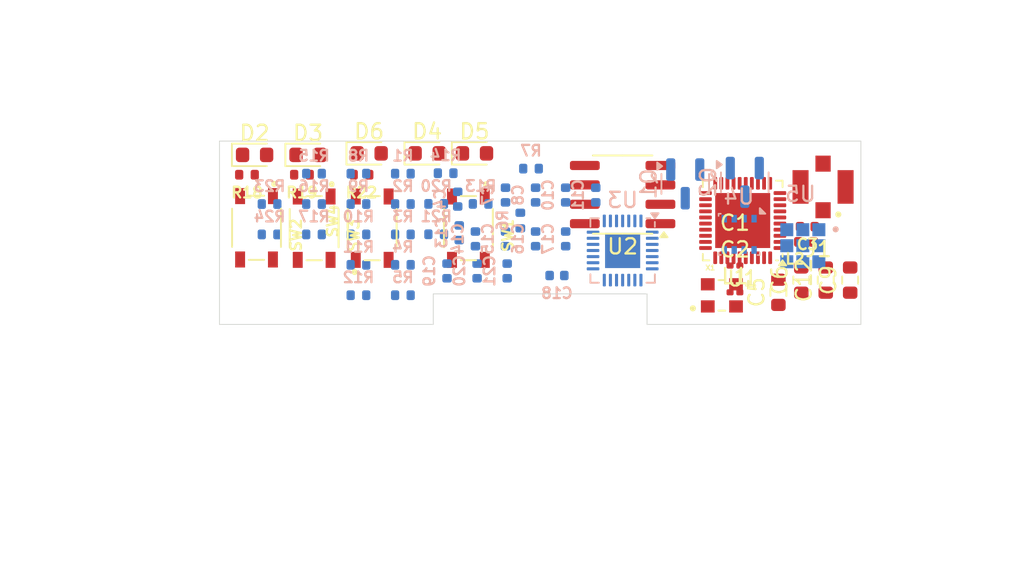
<source format=kicad_pcb>
(kicad_pcb (version 20240108) (generator "pcbnew") (generator_version "8.0")
  (layers (0 "F.Cu" signal) (31 "B.Cu" signal) (34 "B.Paste" user) (35 "F.Paste" user) (36 "B.SilkS" user "B.Silkscreen") (37 "F.SilkS" user "F.Silkscreen") (38 "B.Mask" user) (39 "F.Mask" user) (44 "Edge.Cuts" user))
  (net 0 "")
  (net 1 "GND")
  (net 2 "Net-(U1-ANT)")
  (net 3 "Net-(C2-Pad2)")
  (net 4 "Net-(C3-Pad2)")
  (net 5 "+3V3")
  (net 6 "Net-(U1-VDDPST1)")
  (net 7 "Net-(U1-VDD_SPI)")
  (net 8 "Net-(U1-VDDPST2)")
  (net 9 "Net-(C13-Pad2)")
  (net 10 "Net-(U1-XTAL_N)")
  (net 11 "/GPIO?")
  (net 12 "Net-(D2-K)")
  (net 13 "/GPIO_Q1")
  (net 14 "Net-(D3-K)")
  (net 15 "/GPIO_Q2")
  (net 16 "/GPIO_S1")
  (net 17 "Net-(D4-K)")
  (net 18 "Net-(D5-K)")
  (net 19 "/GPIO_S2")
  (net 20 "Net-(D6-K)")
  (net 21 "/GPIO_S3")
  (net 22 "/RTS")
  (net 23 "/Enable")
  (net 24 "Net-(Q1-G)")
  (net 25 "Net-(Q2-G)")
  (net 26 "/DTR")
  (net 27 "Net-(U1-SPIQ)")
  (net 28 "/SPIQ")
  (net 29 "/SPIWP")
  (net 30 "Net-(U1-SPIWP)")
  (net 31 "/SPIHD")
  (net 32 "Net-(U1-SPIHD)")
  (net 33 "/SPICLK")
  (net 34 "Net-(U1-SPICLK)")
  (net 35 "/SPID")
  (net 36 "Net-(U1-SPID)")
  (net 37 "Net-(U1-U0TXD)")
  (net 38 "/U0TXD")
  (net 39 "Net-(U1-XTAL_P)")
  (net 40 "/SPICS0")
  (net 41 "Net-(D1-RK)")
  (net 42 "Net-(D1-GK)")
  (net 43 "Net-(D1-BK)")
  (net 44 "/GPIO0")
  (net 45 "/GPIO23")
  (net 46 "/GPIO8")
  (net 47 "/GPIO3")
  (net 48 "/GPIO1")
  (net 49 "/GPIO6")
  (net 50 "/GPIO12")
  (net 51 "/GPIO20")
  (net 52 "/GPIO2")
  (net 54 "/GPIO22")
  (net 55 "/GPIO9")
  (net 56 "/GPIO11")
  (net 57 "/GPIO21")
  (net 58 "/U0RXD")
  (net 59 "/GPIO18")
  (net 60 "/GPIO15")
  (net 61 "/GPIO4")
  (net 62 "/GPIO13")
  (net 63 "/GPIO7")
  (net 64 "/GPIO5")
  (net 65 "/GPIO10")
  (net 73 "/USB_DN")
  (net 76 "/UART_MASTER_RX")
  (net 78 "/UART_MASTER_TX")
  (net 80 "/USB_DP")
  (footprint "HSSM-LVPCB:LED_0603_1608Metric" (layer "F.Cu") (at 121.8 112.9)
    (property "Reference" "D3" (at 0 -1.43 0) (layer "F.SilkS"))
    (property "Value" "LED_Green_1.6x0.8mm_SMD_KPTD-1608ZGC")
    (pad "1" smd roundrect (at -0.7875 0) (size 0.875 0.95) (layers "F.Cu" "F.Paste" "F.Mask") (net 14 "Net-(D3-K)"))
    (pad "2" smd roundrect (at 0.7875 0) (size 0.875 0.95) (layers "F.Cu" "F.Paste" "F.Mask") (net 15 "/GPIO_Q2"))
  )
  (footprint "HSSM-LVPCB:C_0603" (layer "F.Cu") (at 152.6 121.9 90)
    (property "Reference" "C5" (at 0 -1.43 90) (layer "F.SilkS"))
    (property "Value" "C_1uF_10pct_16V_0603_GCM188R71C105KA64D")
    (pad "1" smd roundrect (at -0.825 0 90) (size 0.8 0.95) (layers "F.Cu" "F.Paste" "F.Mask") (net 1 "GND"))
    (pad "2" smd roundrect (at 0.825 0 90) (size 0.8 0.95) (layers "F.Cu" "F.Paste" "F.Mask") (net 5 "+3V3"))
  )
  (footprint "HSSM-LVPCB:CONMHF1-SMD-T" (layer "F.Cu") (at 155.524999 115 180)
    (property "Reference" "J1" (at 0.3 -4.076 0) (layer "F.SilkS"))
    (property "Value" "UFL_R_SMT_1_10")
    (pad "1" smd rect (at 0 -1.525 180) (size 1 1.05) (layers "F.Cu" "F.Paste" "F.Mask") (net 3 "Net-(C2-Pad2)"))
    (pad "S1" smd rect (at -1.475001 0 180) (size 1.05 2.2) (layers "F.Cu" "F.Paste" "F.Mask") (net 1 "GND"))
    (pad "S2" smd rect (at 0 1.525 180) (size 1 1.05) (layers "F.Cu" "F.Paste" "F.Mask") (net 1 "GND"))
    (pad "S3" smd rect (at 1.475001 0 180) (size 1.05 2.2) (layers "F.Cu" "F.Paste" "F.Mask") (net 1 "GND"))
  )
  (footprint "HSSM-LVPCB:L_0402" (layer "F.Cu") (at 154.4 118.6 180)
    (property "Reference" "L2" (at 0.001 -0.7 360) (layer "F.SilkS") (effects (font (size 0.7 0.7)) (justify right top)))
    (property "Value" "L_2nH_0402_MLG0402Q2N0ST000")
    (pad "1" smd roundrect (at -0.48 0 180) (size 0.59 0.64) (layers "F.Cu" "F.Paste" "F.Mask") (net 5 "+3V3"))
    (pad "2" smd roundrect (at 0.48 0 180) (size 0.59 0.64) (layers "F.Cu" "F.Paste" "F.Mask") (net 4 "Net-(C3-Pad2)"))
  )
  (footprint "HSSM-LVPCB:C_0201" (layer "F.Cu") (at 149.755 118.4)
    (property "Reference" "C1" (at 0 -1.05 0) (layer "F.SilkS"))
    (property "Value" "C_1p9_0.05pct_50V_0201_GRM0335C1H1R9WA01D")
    (pad "1" smd roundrect (at -0.32 0) (size 0.46 0.4) (layers "F.Cu" "F.Mask") (net 1 "GND"))
    (pad "2" smd roundrect (at 0.32 0) (size 0.46 0.4) (layers "F.Cu" "F.Mask") (net 2 "Net-(U1-ANT)"))
  )
  (footprint "HSSM-LVPCB:SW_TACT_SKRPACE010" (layer "F.Cu") (at 126 117.7 90)
    (property "Reference" "SW4" (at 0.47575 -2.58912 90) (layer "F.SilkS") (effects (font (size 0.7 0.7))))
    (property "Value" "SW_TACT_SKRPACE010")
    (pad "1" smd rect (at -2.075 -1.075 90) (size 1.05 0.65) (layers "F.Cu" "F.Paste" "F.Mask") (net 11 "/GPIO?"))
    (pad "2" smd rect (at 2.075 -1.075 90) (size 1.05 0.65) (layers "F.Cu" "F.Paste" "F.Mask") (net 11 "/GPIO?"))
    (pad "3" smd rect (at -2.075 1.075 90) (size 1.05 0.65) (layers "F.Cu" "F.Paste" "F.Mask") (net 1 "GND"))
    (pad "4" smd rect (at 2.075 1.075 90) (size 1.05 0.65) (layers "F.Cu" "F.Paste" "F.Mask") (net 1 "GND"))
  )
  (footprint "HSSM-LVPCB:C_0603" (layer "F.Cu") (at 157.3 121.1 90)
    (property "Reference" "C9" (at 0 -1.43 90) (layer "F.SilkS"))
    (property "Value" "C_1uF_10pct_16V_0603_GCM188R71C105KA64D")
    (pad "1" smd roundrect (at -0.825 0 90) (size 0.8 0.95) (layers "F.Cu" "F.Paste" "F.Mask") (net 1 "GND"))
    (pad "2" smd roundrect (at 0.825 0 90) (size 0.8 0.95) (layers "F.Cu" "F.Paste" "F.Mask") (net 7 "Net-(U1-VDD_SPI)"))
  )
  (footprint "HSSM-LVPCB:L_0201" (layer "F.Cu") (at 149.755 121.9)
    (property "Reference" "L1" (at 0 -1.05 0) (layer "F.SilkS"))
    (property "Value" "L_2n1_2000mA_0201_LQP03HQ2N1B02D")
    (pad "1" smd roundrect (at -0.32 0) (size 0.46 0.4) (layers "F.Cu" "F.Mask") (net 3 "Net-(C2-Pad2)"))
    (pad "2" smd roundrect (at 0.32 0) (size 0.46 0.4) (layers "F.Cu" "F.Mask") (net 2 "Net-(U1-ANT)"))
  )
  (footprint "HSSM-LVPCB:SW_TACT_SKRPACE010" (layer "F.Cu") (at 122.2 117.7 -90)
    (property "Reference" "SW3" (at 0.47575 -2.58912 90) (layer "F.SilkS") (effects (font (size 0.7 0.7))))
    (property "Value" "SW_TACT_SKRPACE010")
    (pad "1" smd rect (at -2.075 -1.075 270) (size 1.05 0.65) (layers "F.Cu" "F.Paste" "F.Mask") (net 11 "/GPIO?"))
    (pad "2" smd rect (at 2.075 -1.075 270) (size 1.05 0.65) (layers "F.Cu" "F.Paste" "F.Mask") (net 11 "/GPIO?"))
    (pad "3" smd rect (at -2.075 1.075 270) (size 1.05 0.65) (layers "F.Cu" "F.Paste" "F.Mask") (net 1 "GND"))
    (pad "4" smd rect (at 2.075 1.075 270) (size 1.05 0.65) (layers "F.Cu" "F.Paste" "F.Mask") (net 1 "GND"))
  )
  (footprint "HSSM-LVPCB:LED_0603_1608Metric" (layer "F.Cu") (at 118.3 112.9)
    (property "Reference" "D2" (at 0 -1.43 0) (layer "F.SilkS"))
    (property "Value" "LED_Green_1.6x0.8mm_SMD_KPTD-1608ZGC")
    (pad "1" smd roundrect (at -0.7875 0) (size 0.875 0.95) (layers "F.Cu" "F.Paste" "F.Mask") (net 12 "Net-(D2-K)"))
    (pad "2" smd roundrect (at 0.7875 0) (size 0.875 0.95) (layers "F.Cu" "F.Paste" "F.Mask") (net 13 "/GPIO_Q1"))
  )
  (footprint "HSSM-LVPCB:C_0201" (layer "F.Cu") (at 149.755 120.15)
    (property "Reference" "C2" (at 0 -1.05 0) (layer "F.SilkS"))
    (property "Value" "C_0p9_0.05pct_50V_0201_GRM0335C1HR90WA01D")
    (pad "1" smd roundrect (at -0.32 0) (size 0.46 0.4) (layers "F.Cu" "F.Mask") (net 1 "GND"))
    (pad "2" smd roundrect (at 0.32 0) (size 0.46 0.4) (layers "F.Cu" "F.Mask") (net 3 "Net-(C2-Pad2)"))
  )
  (footprint "HSSM-LVPCB:ECS-2520SMV-400-FN-TR" (layer "F.Cu") (at 148.9 122.1)
    (property "Reference" "X1" (at -0.762633 -1.807066 0) (layer "F.SilkS") (effects (font (size 0.320686 0.320686) (thickness 0.080172))))
    (property "Value" "X_40MHz_SMD_ECS-2520SMV-400-FN-TR")
    (pad "1" smd rect (at -0.925 0.725) (size 0.9 0.8) (layers "F.Cu" "F.Paste" "F.Mask") (net 9 "Net-(C13-Pad2)"))
    (pad "2" smd rect (at 0.925 0.725) (size 0.9 0.8) (layers "F.Cu" "F.Paste" "F.Mask") (net 1 "GND"))
    (pad "3" smd rect (at 0.925 -0.725) (size 0.9 0.8) (layers "F.Cu" "F.Paste" "F.Mask") (net 10 "Net-(U1-XTAL_N)"))
    (pad "4" smd rect (at -0.925 -0.725) (size 0.9 0.8) (layers "F.Cu" "F.Paste" "F.Mask") (net 1 "GND"))
  )
  (footprint "HSSM-LVPCB:R_0402" (layer "F.Cu") (at 117.8 114.2 180)
    (property "Reference" "R18" (at 0 -1.17 360) (layer "F.SilkS") (effects (font (size 0.7 0.7))))
    (property "Value" "R_499R_1pct_0402_RC0402FR-07499RL")
    (pad "1" smd roundrect (at -0.509999 0 180) (size 0.54 0.64) (layers "F.Cu" "F.Paste" "F.Mask") (net 1 "GND"))
    (pad "2" smd roundrect (at 0.509999 0 180) (size 0.54 0.64) (layers "F.Cu" "F.Paste" "F.Mask") (net 12 "Net-(D2-K)"))
  )
  (footprint "HSSM-LVPCB:R_0402" (layer "F.Cu") (at 125.3 114.2 180)
    (property "Reference" "R22" (at 0 -1.17 360) (layer "F.SilkS") (effects (font (size 0.7 0.7))))
    (property "Value" "R_499R_1pct_0402_RC0402FR-07499RL")
    (pad "1" smd roundrect (at -0.509999 0 180) (size 0.54 0.64) (layers "F.Cu" "F.Paste" "F.Mask") (net 1 "GND"))
    (pad "2" smd roundrect (at 0.509999 0 180) (size 0.54 0.64) (layers "F.Cu" "F.Paste" "F.Mask") (net 20 "Net-(D6-K)"))
  )
  (footprint "HSSM-LVPCB:QFN-40-1EP_5x5mm_P0.4mm_EP3.6x3.6mm" (layer "F.Cu") (at 150.2625 117.2 180)
    (property "Reference" "U1" (at 0 -3.8 0) (layer "F.SilkS"))
    (property "Value" "ESP32-C6")
    (pad "1" smd roundrect (at -2.4375 -1.8 180) (size 0.825 0.25) (layers "F.Cu" "F.Paste" "F.Mask") (net 2 "Net-(U1-ANT)"))
    (pad "2" smd roundrect (at -2.4375 -1.4 180) (size 0.825 0.25) (layers "F.Cu" "F.Paste" "F.Mask") (net 4 "Net-(C3-Pad2)"))
    (pad "3" smd roundrect (at -2.4375 -1 180) (size 0.825 0.25) (layers "F.Cu" "F.Paste" "F.Mask") (net 4 "Net-(C3-Pad2)"))
    (pad "4" smd roundrect (at -2.4375 -0.6 180) (size 0.825 0.25) (layers "F.Cu" "F.Paste" "F.Mask") (net 23 "/Enable"))
    (pad "5" smd roundrect (at -2.4375 -0.2 180) (size 0.825 0.25) (layers "F.Cu" "F.Paste" "F.Mask") (net 6 "Net-(U1-VDDPST1)"))
    (pad "6" smd roundrect (at -2.4375 0.2 180) (size 0.825 0.25) (layers "F.Cu" "F.Paste" "F.Mask") (net 44 "/GPIO0"))
    (pad "7" smd roundrect (at -2.4375 0.6 180) (size 0.825 0.25) (layers "F.Cu" "F.Paste" "F.Mask") (net 48 "/GPIO1"))
    (pad "8" smd roundrect (at -2.4375 1 180) (size 0.825 0.25) (layers "F.Cu" "F.Paste" "F.Mask") (net 52 "/GPIO2"))
    (pad "9" smd roundrect (at -2.4375 1.4 180) (size 0.825 0.25) (layers "F.Cu" "F.Paste" "F.Mask") (net 47 "/GPIO3"))
    (pad "10" smd roundrect (at -2.4375 1.8 180) (size 0.825 0.25) (layers "F.Cu" "F.Paste" "F.Mask") (net 61 "/GPIO4"))
    (pad "11" smd roundrect (at -1.8 2.4375 180) (size 0.25 0.825) (layers "F.Cu" "F.Paste" "F.Mask") (net 64 "/GPIO5"))
    (pad "12" smd roundrect (at -1.4 2.4375 180) (size 0.25 0.825) (layers "F.Cu" "F.Paste" "F.Mask") (net 49 "/GPIO6"))
    (pad "13" smd roundrect (at -1 2.4375 180) (size 0.25 0.825) (layers "F.Cu" "F.Paste" "F.Mask") (net 63 "/GPIO7"))
    (pad "14" smd roundrect (at -0.6 2.4375 180) (size 0.25 0.825) (layers "F.Cu" "F.Paste" "F.Mask") (net 46 "/GPIO8"))
    (pad "15" smd roundrect (at -0.2 2.4375 180) (size 0.25 0.825) (layers "F.Cu" "F.Paste" "F.Mask") (net 55 "/GPIO9"))
    (pad "16" smd roundrect (at 0.2 2.4375 180) (size 0.25 0.825) (layers "F.Cu" "F.Paste" "F.Mask") (net 65 "/GPIO10"))
    (pad "17" smd roundrect (at 0.6 2.4375 180) (size 0.25 0.825) (layers "F.Cu" "F.Paste" "F.Mask") (net 56 "/GPIO11"))
    (pad "18" smd roundrect (at 1 2.4375 180) (size 0.25 0.825) (layers "F.Cu" "F.Paste" "F.Mask") (net 50 "/GPIO12"))
    (pad "19" smd roundrect (at 1.4 2.4375 180) (size 0.25 0.825) (layers "F.Cu" "F.Paste" "F.Mask") (net 62 "/GPIO13"))
    (pad "20" smd roundrect (at 1.8 2.4375 180) (size 0.25 0.825) (layers "F.Cu" "F.Paste" "F.Mask") (net 40 "/SPICS0"))
    (pad "21" smd roundrect (at 2.4375 1.8 180) (size 0.825 0.25) (layers "F.Cu" "F.Paste" "F.Mask") (net 27 "Net-(U1-SPIQ)"))
    (pad "22" smd roundrect (at 2.4375 1.4 180) (size 0.825 0.25) (layers "F.Cu" "F.Paste" "F.Mask") (net 30 "Net-(U1-SPIWP)"))
    (pad "23" smd roundrect (at 2.4375 1 180) (size 0.825 0.25) (layers "F.Cu" "F.Paste" "F.Mask") (net 7 "Net-(U1-VDD_SPI)"))
    (pad "24" smd roundrect (at 2.4375 0.6 180) (size 0.825 0.25) (layers "F.Cu" "F.Paste" "F.Mask") (net 32 "Net-(U1-SPIHD)"))
    (pad "25" smd roundrect (at 2.4375 0.2 180) (size 0.825 0.25) (layers "F.Cu" "F.Paste" "F.Mask") (net 34 "Net-(U1-SPICLK)"))
    (pad "26" smd roundrect (at 2.4375 -0.2 180) (size 0.825 0.25) (layers "F.Cu" "F.Paste" "F.Mask") (net 36 "Net-(U1-SPID)"))
    (pad "27" smd roundrect (at 2.4375 -0.6 180) (size 0.825 0.25) (layers "F.Cu" "F.Paste" "F.Mask") (net 60 "/GPIO15"))
    (pad "28" smd roundrect (at 2.4375 -1 180) (size 0.825 0.25) (layers "F.Cu" "F.Paste" "F.Mask") (net 8 "Net-(U1-VDDPST2)"))
    (pad "29" smd roundrect (at 2.4375 -1.4 180) (size 0.825 0.25) (layers "F.Cu" "F.Paste" "F.Mask") (net 37 "Net-(U1-U0TXD)"))
    (pad "30" smd roundrect (at 2.4375 -1.8 180) (size 0.825 0.25) (layers "F.Cu" "F.Paste" "F.Mask") (net 58 "/U0RXD"))
    (pad "31" smd roundrect (at 1.8 -2.4375 180) (size 0.25 0.825) (layers "F.Cu" "F.Paste" "F.Mask") (net 59 "/GPIO18"))
    (pad "32" smd roundrect (at 1.4 -2.4375 180) (size 0.25 0.825) (layers "F.Cu" "F.Paste" "F.Mask"))
    (pad "33" smd roundrect (at 1 -2.4375 180) (size 0.25 0.825) (layers "F.Cu" "F.Paste" "F.Mask") (net 51 "/GPIO20"))
    (pad "34" smd roundrect (at 0.6 -2.4375 180) (size 0.25 0.825) (layers "F.Cu" "F.Paste" "F.Mask") (net 57 "/GPIO21"))
    (pad "35" smd roundrect (at 0.2 -2.4375 180) (size 0.25 0.825) (layers "F.Cu" "F.Paste" "F.Mask") (net 54 "/GPIO22"))
    (pad "36" smd roundrect (at -0.2 -2.4375 180) (size 0.25 0.825) (layers "F.Cu" "F.Paste" "F.Mask") (net 45 "/GPIO23"))
    (pad "37" smd roundrect (at -0.6 -2.4375 180) (size 0.25 0.825) (layers "F.Cu" "F.Paste" "F.Mask") (net 5 "+3V3"))
    (pad "38" smd roundrect (at -1 -2.4375 180) (size 0.25 0.825) (layers "F.Cu" "F.Paste" "F.Mask") (net 10 "Net-(U1-XTAL_N)"))
    (pad "39" smd roundrect (at -1.4 -2.4375 180) (size 0.25 0.825) (layers "F.Cu" "F.Paste" "F.Mask") (net 39 "Net-(U1-XTAL_P)"))
    (pad "40" smd roundrect (at -1.8 -2.4375 180) (size 0.25 0.825) (layers "F.Cu" "F.Paste" "F.Mask") (net 5 "+3V3"))
    (pad "41" smd rect (at 0 0 180) (size 3.6 3.6) (property pad_prop_heatsink) (layers "F.Cu" "F.Mask") (net 1 "GND"))
  )
  (footprint "HSSM-LVPCB:SW_TACT_SKRPACE010" (layer "F.Cu") (at 132.3 117.7 -90)
    (property "Reference" "SW1" (at 0.47575 -2.58912 90) (layer "F.SilkS") (effects (font (size 0.7 0.7))))
    (property "Value" "SW_TACT_SKRPACE010")
    (pad "1" smd rect (at -2.075 -1.075 270) (size 1.05 0.65) (layers "F.Cu" "F.Paste" "F.Mask") (net 11 "/GPIO?"))
    (pad "2" smd rect (at 2.075 -1.075 270) (size 1.05 0.65) (layers "F.Cu" "F.Paste" "F.Mask") (net 11 "/GPIO?"))
    (pad "3" smd rect (at -2.075 1.075 270) (size 1.05 0.65) (layers "F.Cu" "F.Paste" "F.Mask") (net 1 "GND"))
    (pad "4" smd rect (at 2.075 1.075 270) (size 1.05 0.65) (layers "F.Cu" "F.Paste" "F.Mask") (net 1 "GND"))
  )
  (footprint "HSSM-LVPCB:SOIC-8_3.9x4.9mm_P1.27mm" (layer "F.Cu") (at 142.4 115.5 180)
    (property "Reference" "U2" (at 0 -3.4 360) (layer "F.SilkS"))
    (property "Value" "W25Q64JVSSIQ_SOIC-8")
    (pad "1" smd roundrect (at -2.475 -1.905 180) (size 1.95 0.6) (layers "F.Cu" "F.Paste" "F.Mask") (net 40 "/SPICS0"))
    (pad "2" smd roundrect (at -2.475 -0.635 180) (size 1.95 0.6) (layers "F.Cu" "F.Paste" "F.Mask") (net 28 "/SPIQ"))
    (pad "3" smd roundrect (at -2.475 0.635 180) (size 1.95 0.6) (layers "F.Cu" "F.Paste" "F.Mask") (net 29 "/SPIWP"))
    (pad "4" smd roundrect (at -2.475 1.905 180) (size 1.95 0.6) (layers "F.Cu" "F.Paste" "F.Mask") (net 1 "GND"))
    (pad "5" smd roundrect (at 2.475 1.905 180) (size 1.95 0.6) (layers "F.Cu" "F.Paste" "F.Mask") (net 35 "/SPID"))
    (pad "6" smd roundrect (at 2.475 0.635 180) (size 1.95 0.6) (layers "F.Cu" "F.Paste" "F.Mask") (net 33 "/SPICLK"))
    (pad "7" smd roundrect (at 2.475 -0.635 180) (size 1.95 0.6) (layers "F.Cu" "F.Paste" "F.Mask") (net 31 "/SPIHD"))
    (pad "8" smd roundrect (at 2.475 -1.905 180) (size 1.95 0.6) (layers "F.Cu" "F.Paste" "F.Mask") (net 5 "+3V3"))
  )
  (footprint "HSSM-LVPCB:LED_0603_1608Metric" (layer "F.Cu") (at 125.8 112.8)
    (property "Reference" "D6" (at 0 -1.43 0) (layer "F.SilkS"))
    (property "Value" "LED_Green_1.6x0.8mm_SMD_KPTD-1608ZGC")
    (pad "1" smd roundrect (at -0.7875 0) (size 0.875 0.95) (layers "F.Cu" "F.Paste" "F.Mask") (net 20 "Net-(D6-K)"))
    (pad "2" smd roundrect (at 0.7875 0) (size 0.875 0.95) (layers "F.Cu" "F.Paste" "F.Mask") (net 21 "/GPIO_S3"))
  )
  (footprint "HSSM-LVPCB:R_0402" (layer "F.Cu") (at 121.4 114.2 180)
    (property "Reference" "R19" (at 0 -1.17 360) (layer "F.SilkS") (effects (font (size 0.7 0.7))))
    (property "Value" "R_499R_1pct_0402_RC0402FR-07499RL")
    (pad "1" smd roundrect (at -0.509999 0 180) (size 0.54 0.64) (layers "F.Cu" "F.Paste" "F.Mask") (net 1 "GND"))
    (pad "2" smd roundrect (at 0.509999 0 180) (size 0.54 0.64) (layers "F.Cu" "F.Paste" "F.Mask") (net 14 "Net-(D3-K)"))
  )
  (footprint "HSSM-LVPCB:C_0603" (layer "F.Cu") (at 155.7 121.1 90)
    (property "Reference" "C12" (at 0 -1.43 90) (layer "F.SilkS"))
    (property "Value" "C_1uF_10pct_16V_0603_GCM188R71C105KA64D")
    (pad "1" smd roundrect (at -0.825 0 90) (size 0.8 0.95) (layers "F.Cu" "F.Paste" "F.Mask") (net 1 "GND"))
    (pad "2" smd roundrect (at 0.825 0 90) (size 0.8 0.95) (layers "F.Cu" "F.Paste" "F.Mask") (net 5 "+3V3"))
  )
  (footprint "HSSM-LVPCB:LED_0603_1608Metric" (layer "F.Cu") (at 129.6 112.8)
    (property "Reference" "D4" (at 0 -1.43 0) (layer "F.SilkS"))
    (property "Value" "LED_Green_1.6x0.8mm_SMD_KPTD-1608ZGC")
    (pad "1" smd roundrect (at -0.7875 0) (size 0.875 0.95) (layers "F.Cu" "F.Paste" "F.Mask") (net 17 "Net-(D4-K)"))
    (pad "2" smd roundrect (at 0.7875 0) (size 0.875 0.95) (layers "F.Cu" "F.Paste" "F.Mask") (net 16 "/GPIO_S1"))
  )
  (footprint "HSSM-LVPCB:SW_TACT_SKRPACE010" (layer "F.Cu") (at 118.425 117.675 -90)
    (property "Reference" "SW2" (at 0.47575 -2.58912 90) (layer "F.SilkS") (effects (font (size 0.7 0.7))))
    (property "Value" "SW_TACT_SKRPACE010")
    (pad "1" smd rect (at -2.075 -1.075 270) (size 1.05 0.65) (layers "F.Cu" "F.Paste" "F.Mask") (net 11 "/GPIO?"))
    (pad "2" smd rect (at 2.075 -1.075 270) (size 1.05 0.65) (layers "F.Cu" "F.Paste" "F.Mask") (net 11 "/GPIO?"))
    (pad "3" smd rect (at -2.075 1.075 270) (size 1.05 0.65) (layers "F.Cu" "F.Paste" "F.Mask") (net 1 "GND"))
    (pad "4" smd rect (at 2.075 1.075 270) (size 1.05 0.65) (layers "F.Cu" "F.Paste" "F.Mask") (net 1 "GND"))
  )
  (footprint "HSSM-LVPCB:C_0603" (layer "F.Cu") (at 154.1 121.1 90)
    (property "Reference" "C6" (at 0 -1.43 90) (layer "F.SilkS"))
    (property "Value" "C_10u_20pct_16V_0603_GRM188R61C106MA73D")
    (pad "1" smd roundrect (at -0.825 0 90) (size 0.8 0.95) (layers "F.Cu" "F.Paste" "F.Mask") (net 1 "GND"))
    (pad "2" smd roundrect (at 0.825 0 90) (size 0.8 0.95) (layers "F.Cu" "F.Paste" "F.Mask") (net 5 "+3V3"))
  )
  (footprint "HSSM-LVPCB:C_0402" (layer "F.Cu") (at 154.5 117.6 180)
    (property "Reference" "C3" (at 0 -1.16 0) (layer "F.SilkS") (effects (font (size 0.7 0.7))))
    (property "Value" "C_0u1_10pct_50V_0402_GRM155R71H104KE14D")
    (pad "1" smd roundrect (at -0.48 0 180) (size 0.56 0.62) (layers "F.Cu" "F.Paste" "F.Mask") (net 1 "GND"))
    (pad "2" smd roundrect (at 0.48 0 180) (size 0.56 0.62) (layers "F.Cu" "F.Paste" "F.Mask") (net 4 "Net-(C3-Pad2)"))
  )
  (footprint "HSSM-LVPCB:LED_0603_1608Metric" (layer "F.Cu") (at 132.7 112.8)
    (property "Reference" "D5" (at 0 -1.43 0) (layer "F.SilkS"))
    (property "Value" "LED_Green_1.6x0.8mm_SMD_KPTD-1608ZGC")
    (pad "1" smd roundrect (at -0.7875 0) (size 0.875 0.95) (layers "F.Cu" "F.Paste" "F.Mask") (net 18 "Net-(D5-K)"))
    (pad "2" smd roundrect (at 0.7875 0) (size 0.875 0.95) (layers "F.Cu" "F.Paste" "F.Mask") (net 19 "/GPIO_S2"))
  )
  (footprint "HSSM-LVPCB:R_0402" (layer "B.Cu") (at 122.19 116.12 180)
    (property "Reference" "R16" (at 0 1.17 0) (layer "B.SilkS") (effects (font (size 0.7 0.7)) (justify mirror)))
    (property "Value" "R_10k_1pct_0402_RC0402FR-0710KL")
    (pad "1" smd roundrect (at -0.51 0 180) (size 0.54 0.64) (layers "B.Cu" "B.Paste" "B.Mask") (net 11 "/GPIO?"))
    (pad "2" smd roundrect (at 0.51 0 180) (size 0.54 0.64) (layers "B.Cu" "B.Paste" "B.Mask") (net 5 "+3V3"))
  )
  (footprint "HSSM-LVPCB:R_0402" (layer "B.Cu") (at 128.01 120.1 180)
    (property "Reference" "R4" (at 0 1.17 0) (layer "B.SilkS") (effects (font (size 0.7 0.7)) (justify mirror)))
    (property "Value" "R_0R_5pct_0402_RC0402JR-070RL")
    (pad "1" smd roundrect (at -0.51 0 180) (size 0.54 0.64) (layers "B.Cu" "B.Paste" "B.Mask") (net 34 "Net-(U1-SPICLK)"))
    (pad "2" smd roundrect (at 0.51 0 180) (size 0.54 0.64) (layers "B.Cu" "B.Paste" "B.Mask") (net 33 "/SPICLK"))
  )
  (footprint "HSSM-LVPCB:C_0402" (layer "B.Cu") (at 132.870001 120.5 -90)
    (property "Reference" "C20" (at 0 1.16 90) (layer "B.SilkS") (effects (font (size 0.7 0.7)) (justify mirror)))
    (property "Value" "C_0u1_10pct_50V_0402_GRM155R71H104KE14D")
    (pad "1" smd roundrect (at -0.48 0 270) (size 0.56 0.62) (layers "B.Cu" "B.Paste" "B.Mask") (net 5 "+3V3"))
    (pad "2" smd roundrect (at 0.48 0 270) (size 0.56 0.62) (layers "B.Cu" "B.Paste" "B.Mask") (net 1 "GND"))
  )
  (footprint "HSSM-LVPCB:R_0402" (layer "B.Cu") (at 125.1 116.12 180)
    (property "Reference" "R9" (at 0 1.17 0) (layer "B.SilkS") (effects (font (size 0.7 0.7)) (justify mirror)))
    (property "Value" "R_499R_1pct_0402_RC0402FR-07499RL")
    (pad "1" smd roundrect (at -0.51 0 180) (size 0.54 0.64) (layers "B.Cu" "B.Paste" "B.Mask") (net 26 "/DTR"))
    (pad "2" smd roundrect (at 0.51 0 180) (size 0.54 0.64) (layers "B.Cu" "B.Paste" "B.Mask") (net 24 "Net-(Q1-G)"))
  )
  (footprint "HSSM-LVPCB:R_0402" (layer "B.Cu") (at 128.01 116.12 180)
    (property "Reference" "R2" (at 0 1.17 0) (layer "B.SilkS") (effects (font (size 0.7 0.7)) (justify mirror)))
    (property "Value" "R_0R_5pct_0402_RC0402JR-070RL")
    (pad "1" smd roundrect (at -0.51 0 180) (size 0.54 0.64) (layers "B.Cu" "B.Paste" "B.Mask") (net 30 "Net-(U1-SPIWP)"))
    (pad "2" smd roundrect (at 0.51 0 180) (size 0.54 0.64) (layers "B.Cu" "B.Paste" "B.Mask") (net 29 "/SPIWP"))
  )
  (footprint "HSSM-LVPCB:C_0402" (layer "B.Cu") (at 131.6 115.8 -90)
    (property "Reference" "C4" (at 0 1.16 90) (layer "B.SilkS") (effects (font (size 0.7 0.7)) (justify mirror)))
    (property "Value" "C_0u1_10pct_50V_0402_GRM155R71H104KE14D")
    (pad "1" smd roundrect (at -0.48 0 270) (size 0.56 0.62) (layers "B.Cu" "B.Paste" "B.Mask") (net 1 "GND"))
    (pad "2" smd roundrect (at 0.48 0 270) (size 0.56 0.62) (layers "B.Cu" "B.Paste" "B.Mask") (net 5 "+3V3"))
  )
  (footprint "HSSM-LVPCB:C_0402" (layer "B.Cu") (at 140.64 115.53 -90)
    (property "Reference" "C11" (at 0 1.16 90) (layer "B.SilkS") (effects (font (size 0.7 0.7)) (justify mirror)))
    (property "Value" "C_0u1_10pct_50V_0402_GRM155R71H104KE14D")
    (pad "1" smd roundrect (at -0.48 0 270) (size 0.56 0.62) (layers "B.Cu" "B.Paste" "B.Mask") (net 1 "GND"))
    (pad "2" smd roundrect (at 0.48 0 270) (size 0.56 0.62) (layers "B.Cu" "B.Paste" "B.Mask") (net 5 "+3V3"))
  )
  (footprint "HSSM-LVPCB:R_0402" (layer "B.Cu") (at 119.28 118.11 180)
    (property "Reference" "R24" (at 0 1.17 0) (layer "B.SilkS") (effects (font (size 0.7 0.7)) (justify mirror)))
    (property "Value" "R_4k7_0402")
    (pad "1" smd roundrect (at -0.51 0 180) (size 0.54 0.64) (layers "B.Cu" "B.Paste" "B.Mask") (net 11 "/GPIO?"))
    (pad "2" smd roundrect (at 0.51 0 180) (size 0.54 0.64) (layers "B.Cu" "B.Paste" "B.Mask") (net 5 "+3V3"))
  )
  (footprint "HSSM-LVPCB:R_0402" (layer "B.Cu") (at 122.19 114.13 180)
    (property "Reference" "R15" (at 0 1.17 0) (layer "B.SilkS") (effects (font (size 0.7 0.7)) (justify mirror)))
    (property "Value" "R_10k_1pct_0402_RC0402FR-0710KL")
    (pad "1" smd roundrect (at -0.51 0 180) (size 0.54 0.64) (layers "B.Cu" "B.Paste" "B.Mask") (net 11 "/GPIO?"))
    (pad "2" smd roundrect (at 0.51 0 180) (size 0.54 0.64) (layers "B.Cu" "B.Paste" "B.Mask") (net 5 "+3V3"))
  )
  (footprint "HSSM-LVPCB:C_0402" (layer "B.Cu") (at 134.73 115.53 -90)
    (property "Reference" "C7" (at 0 1.16 90) (layer "B.SilkS") (effects (font (size 0.7 0.7)) (justify mirror)))
    (property "Value" "C_0u1_10pct_50V_0402_GRM155R71H104KE14D")
    (pad "1" smd roundrect (at -0.48 0 270) (size 0.56 0.62) (layers "B.Cu" "B.Paste" "B.Mask") (net 1 "GND"))
    (pad "2" smd roundrect (at 0.48 0 270) (size 0.56 0.62) (layers "B.Cu" "B.Paste" "B.Mask") (net 6 "Net-(U1-VDDPST1)"))
  )
  (footprint "HSSM-LVPCB:R_0402" (layer "B.Cu") (at 135.7 117.2 -90)
    (property "Reference" "R6" (at 0 1.17 90) (layer "B.SilkS") (effects (font (size 0.7 0.7)) (justify mirror)))
    (property "Value" "R_499R_1pct_0402_RC0402FR-07499RL")
    (pad "1" smd roundrect (at -0.509999 0 270) (size 0.54 0.64) (layers "B.Cu" "B.Paste" "B.Mask") (net 37 "Net-(U1-U0TXD)"))
    (pad "2" smd roundrect (at 0.509999 0 270) (size 0.54 0.64) (layers "B.Cu" "B.Paste" "B.Mask") (net 38 "/U0TXD"))
  )
  (footprint "HSSM-LVPCB:C_0402" (layer "B.Cu") (at 134.730001 118.4 -90)
    (property "Reference" "C15" (at 0 1.16 90) (layer "B.SilkS") (effects (font (size 0.7 0.7)) (justify mirror)))
    (property "Value" "C_0u1_10pct_50V_0402_GRM155R71H104KE14D")
    (pad "1" smd roundrect (at -0.48 0 270) (size 0.56 0.62) (layers "B.Cu" "B.Paste" "B.Mask") (net 1 "GND"))
    (pad "2" smd roundrect (at 0.48 0 270) (size 0.56 0.62) (layers "B.Cu" "B.Paste" "B.Mask") (net 5 "+3V3"))
  )
  (footprint "HSSM-LVPCB:C_0402" (layer "B.Cu") (at 131.7 118 -90)
    (property "Reference" "C13" (at 0 1.16 90) (layer "B.SilkS") (effects (font (size 0.7 0.7)) (justify mirror)))
    (property "Value" "C_27pF_5pct_50V_0402_GCM1555C1H270JA16J")
    (pad "1" smd roundrect (at -0.48 0 270) (size 0.56 0.62) (layers "B.Cu" "B.Paste" "B.Mask") (net 1 "GND"))
    (pad "2" smd roundrect (at 0.48 0 270) (size 0.56 0.62) (layers "B.Cu" "B.Paste" "B.Mask") (net 9 "Net-(C13-Pad2)"))
  )
  (footprint "HSSM-LVPCB:R_0402" (layer "B.Cu") (at 125.1 114.13 180)
    (property "Reference" "R8" (at 0 1.17 0) (layer "B.SilkS") (effects (font (size 0.7 0.7)) (justify mirror)))
    (property "Value" "R_10k_1pct_0402_RC0402FR-0710KL")
    (pad "1" smd roundrect (at -0.51 0 180) (size 0.54 0.64) (layers "B.Cu" "B.Paste" "B.Mask") (net 40 "/SPICS0"))
    (pad "2" smd roundrect (at 0.51 0 180) (size 0.54 0.64) (layers "B.Cu" "B.Paste" "B.Mask") (net 5 "+3V3"))
  )
  (footprint "HSSM-LVPCB:Bosch_LGA-8_2.5x2.5mm_P0.65mm_ClockwisePinNumbering" (layer "B.Cu") (at 150.0325 118.1025 180)
    (property "Reference" "U4" (at 0.015 2.465 0) (layer "B.SilkS") (effects (justify mirror)))
    (property "Value" "U_EnvSensor_BME280_LGA_Bosch")
    (pad "1" smd rect (at -0.975 1.025 90) (size 0.5 0.35) (layers "B.Cu" "B.Paste" "B.Mask") (net 1 "GND"))
    (pad "2" smd rect (at -0.325 1.025 90) (size 0.5 0.35) (layers "B.Cu" "B.Paste" "B.Mask") (net 5 "+3V3"))
    (pad "3" smd rect (at 0.325 1.025 90) (size 0.5 0.35) (layers "B.Cu" "B.Paste" "B.Mask") (net 11 "/GPIO?"))
    (pad "4" smd rect (at 0.975 1.025 90) (size 0.5 0.35) (layers "B.Cu" "B.Paste" "B.Mask") (net 11 "/GPIO?"))
    (pad "5" smd rect (at 0.975 -1.025 90) (size 0.5 0.35) (layers "B.Cu" "B.Paste" "B.Mask") (net 1 "GND"))
    (pad "6" smd rect (at 0.325 -1.025 90) (size 0.5 0.35) (layers "B.Cu" "B.Paste" "B.Mask") (net 5 "+3V3"))
    (pad "7" smd rect (at -0.325 -1.025 90) (size 0.5 0.35) (layers "B.Cu" "B.Paste" "B.Mask") (net 1 "GND"))
    (pad "8" smd rect (at -0.975 -1.025 90) (size 0.5 0.35) (layers "B.Cu" "B.Paste" "B.Mask") (net 5 "+3V3"))
  )
  (footprint "HSSM-LVPCB:R_0402" (layer "B.Cu") (at 128.01 122.09 180)
    (property "Reference" "R5" (at 0 1.17 0) (layer "B.SilkS") (effects (font (size 0.7 0.7)) (justify mirror)))
    (property "Value" "R_0R_5pct_0402_RC0402JR-070RL")
    (pad "1" smd roundrect (at -0.51 0 180) (size 0.54 0.64) (layers "B.Cu" "B.Paste" "B.Mask") (net 36 "Net-(U1-SPID)"))
    (pad "2" smd roundrect (at 0.51 0 180) (size 0.54 0.64) (layers "B.Cu" "B.Paste" "B.Mask") (net 35 "/SPID"))
  )
  (footprint "HSSM-LVPCB:C_0402" (layer "B.Cu") (at 134.840001 120.5 -90)
    (property "Reference" "C21" (at 0 1.16 90) (layer "B.SilkS") (effects (font (size 0.7 0.7)) (justify mirror)))
    (property "Value" "C_0u1_10pct_50V_0402_GRM155R71H104KE14D")
    (pad "1" smd roundrect (at -0.48 0 270) (size 0.56 0.62) (layers "B.Cu" "B.Paste" "B.Mask") (net 1 "GND"))
    (pad "2" smd roundrect (at 0.48 0 270) (size 0.56 0.62) (layers "B.Cu" "B.Paste" "B.Mask") (net 5 "+3V3"))
  )
  (footprint "HSSM-LVPCB:R_0402" (layer "B.Cu") (at 136.4 113.8 180)
    (property "Reference" "R7" (at 0 1.17 0) (layer "B.SilkS") (effects (font (size 0.7 0.7)) (justify mirror)))
    (property "Value" "R_499R_1pct_0402_RC0402FR-07499RL")
    (pad "1" smd roundrect (at -0.51 0 180) (size 0.54 0.64) (layers "B.Cu" "B.Paste" "B.Mask") (net 39 "Net-(U1-XTAL_P)"))
    (pad "2" smd roundrect (at 0.51 0 180) (size 0.54 0.64) (layers "B.Cu" "B.Paste" "B.Mask") (net 9 "Net-(C13-Pad2)"))
  )
  (footprint "HSSM-LVPCB:R_0402" (layer "B.Cu") (at 125.1 118.11 180)
    (property "Reference" "R10" (at 0 1.17 0) (layer "B.SilkS") (effects (font (size 0.7 0.7)) (justify mirror)))
    (property "Value" "R_499R_1pct_0402_RC0402FR-07499RL")
    (pad "1" smd roundrect (at -0.51 0 180) (size 0.54 0.64) (layers "B.Cu" "B.Paste" "B.Mask") (net 22 "/RTS"))
    (pad "2" smd roundrect (at 0.51 0 180) (size 0.54 0.64) (layers "B.Cu" "B.Paste" "B.Mask") (net 25 "Net-(Q2-G)"))
  )
  (footprint "HSSM-LVPCB:R_0402" (layer "B.Cu") (at 128.01 118.11 180)
    (property "Reference" "R3" (at 0 1.17 0) (layer "B.SilkS") (effects (font (size 0.7 0.7)) (justify mirror)))
    (property "Value" "R_0R_5pct_0402_RC0402JR-070RL")
    (pad "1" smd roundrect (at -0.51 0 180) (size 0.54 0.64) (layers "B.Cu" "B.Paste" "B.Mask") (net 32 "Net-(U1-SPIHD)"))
    (pad "2" smd roundrect (at 0.51 0 180) (size 0.54 0.64) (layers "B.Cu" "B.Paste" "B.Mask") (net 31 "/SPIHD"))
  )
  (footprint "HSSM-LVPCB:R_0402" (layer "B.Cu") (at 130.19 116.11 180)
    (property "Reference" "R20" (at 0 1.17 0) (layer "B.SilkS") (effects (font (size 0.7 0.7)) (justify mirror)))
    (property "Value" "R_499R_1pct_0402_RC0402FR-07499RL")
    (pad "1" smd roundrect (at -0.51 0 180) (size 0.54 0.64) (layers "B.Cu" "B.Paste" "B.Mask") (net 1 "GND"))
    (pad "2" smd roundrect (at 0.51 0 180) (size 0.54 0.64) (layers "B.Cu" "B.Paste" "B.Mask") (net 17 "Net-(D4-K)"))
  )
  (footprint "HSSM-LVPCB:C_0402" (layer "B.Cu") (at 136.7 115.530001 -90)
    (property "Reference" "C8" (at 0 1.16 90) (layer "B.SilkS") (effects (font (size 0.7 0.7)) (justify mirror)))
    (property "Value" "C_0u1_10pct_50V_0402_GRM155R71H104KE14D")
    (pad "1" smd roundrect (at -0.48 0 270) (size 0.56 0.62) (layers "B.Cu" "B.Paste" "B.Mask") (net 1 "GND"))
    (pad "2" smd roundrect (at 0.48 0 270) (size 0.56 0.62) (layers "B.Cu" "B.Paste" "B.Mask") (net 7 "Net-(U1-VDD_SPI)"))
  )
  (footprint "HSSM-LVPCB:XDCR_ENS160-BGLM" (layer "B.Cu") (at 154.2 118.85 180)
    (property "Reference" "U5" (at 0.155 3.385 0) (layer "B.SilkS") (effects (justify mirror)))
    (property "Value" "U_AirQualitySensor_ENS160_BGLM")
    (pad "1" smd rect (at -1.05 1.05 180) (size 0.85 0.85) (layers "B.Cu" "B.Paste") (net 11 "/GPIO?"))
    (pad "2" smd rect (at -1.05 0 180) (size 0.85 0.85) (layers "B.Cu" "B.Paste") (net 11 "/GPIO?"))
    (pad "3" smd rect (at -1.05 -1.05 180) (size 0.85 0.85) (layers "B.Cu" "B.Paste") (net 1 "GND"))
    (pad "4" smd rect (at 0 -1.05 180) (size 0.85 0.85) (layers "B.Cu" "B.Paste"))
    (pad "5" smd rect (at 1.05 -1.05 180) (size 0.85 0.85) (layers "B.Cu" "B.Paste") (net 5 "+3V3"))
    (pad "6" smd rect (at 1.05 0 180) (size 0.85 0.85) (layers "B.Cu" "B.Paste") (net 11 "/GPIO?"))
    (pad "7" smd rect (at 1.05 1.05 180) (size 0.85 0.85) (layers "B.Cu" "B.Paste") (net 5 "+3V3"))
    (pad "8" smd rect (at 0 1.05 180) (size 0.85 0.85) (layers "B.Cu" "B.Paste") (net 1 "GND"))
    (pad "9" smd rect (at 0 0 180) (size 0.85 0.85) (layers "B.Cu" "B.Paste") (net 1 "GND"))
  )
  (footprint "HSSM-LVPCB:SOT-23" (layer "B.Cu") (at 150.4 114.7 -90)
    (property "Reference" "Q2" (at 0 2.4 90) (layer "B.SilkS") (effects (justify mirror)))
    (property "Value" "Q_MOSFET_N_BSS123")
    (pad "1" smd roundrect (at -0.9375 0.95 270) (size 1.475 0.6) (layers "B.Cu" "B.Paste" "B.Mask") (net 25 "Net-(Q2-G)"))
    (pad "2" smd roundrect (at -0.9375 -0.95 270) (size 1.475 0.6) (layers "B.Cu" "B.Paste" "B.Mask") (net 26 "/DTR"))
    (pad "3" smd roundrect (at 0.937501 0 270) (size 1.475 0.6) (layers "B.Cu" "B.Paste" "B.Mask") (net 11 "/GPIO?"))
  )
  (footprint "HSSM-LVPCB:R_0402" (layer "B.Cu") (at 133.1 116.11 180)
    (property "Reference" "R13" (at 0 1.17 0) (layer "B.SilkS") (effects (font (size 0.7 0.7)) (justify mirror)))
    (property "Value" "R_29R4_1pct_0402_CRCW040229R4FKED")
    (pad "1" smd roundrect (at -0.51 0 180) (size 0.54 0.64) (layers "B.Cu" "B.Paste" "B.Mask") (net 11 "/GPIO?"))
    (pad "2" smd roundrect (at 0.51 0 180) (size 0.54 0.64) (layers "B.Cu" "B.Paste" "B.Mask") (net 43 "Net-(D1-BK)"))
  )
  (footprint "HSSM-LVPCB:R_0402" (layer "B.Cu") (at 130.19 118.1 180)
    (property "Reference" "R21" (at 0 1.17 0) (layer "B.SilkS") (effects (font (size 0.7 0.7)) (justify mirror)))
    (property "Value" "R_499R_1pct_0402_RC0402FR-07499RL")
    (pad "1" smd roundrect (at -0.51 0 180) (size 0.54 0.64) (layers "B.Cu" "B.Paste" "B.Mask") (net 1 "GND"))
    (pad "2" smd roundrect (at 0.51 0 180) (size 0.54 0.64) (layers "B.Cu" "B.Paste" "B.Mask") (net 18 "Net-(D5-K)"))
  )
  (footprint "HSSM-LVPCB:C_0402" (layer "B.Cu") (at 138.1 120.8)
    (property "Reference" "C18" (at 0 1.16 360) (layer "B.SilkS") (effects (font (size 0.7 0.7)) (justify mirror)))
    (property "Value" "C_0u1_10pct_50V_0402_GRM155R71H104KE14D")
    (pad "1" smd roundrect (at -0.48 0) (size 0.56 0.62) (layers "B.Cu" "B.Paste" "B.Mask") (net 1 "GND"))
    (pad "2" smd roundrect (at 0.48 0) (size 0.56 0.62) (layers "B.Cu" "B.Paste" "B.Mask") (net 11 "/GPIO?"))
  )
  (footprint "HSSM-LVPCB:R_0402" (layer "B.Cu") (at 130.81 114.1 180)
    (property "Reference" "R14" (at 0 1.17 0) (layer "B.SilkS") (effects (font (size 0.7 0.7)) (justify mirror)))
    (property "Value" "R_10k_1pct_0402_RC0402FR-0710KL")
    (pad "1" smd roundrect (at -0.51 0 180) (size 0.54 0.64) (layers "B.Cu" "B.Paste" "B.Mask") (net 11 "/GPIO?"))
    (pad "2" smd roundrect (at 0.51 0 180) (size 0.54 0.64) (layers "B.Cu" "B.Paste" "B.Mask") (net 5 "+3V3"))
  )
  (footprint "HSSM-LVPCB:R_0402" (layer "B.Cu") (at 119.28 116.12 180)
    (property "Reference" "R23" (at 0 1.17 0) (layer "B.SilkS") (effects (font (size 0.7 0.7)) (justify mirror)))
    (property "Value" "R_4k7_0402")
    (pad "1" smd roundrect (at -0.51 0 180) (size 0.54 0.64) (layers "B.Cu" "B.Paste" "B.Mask") (net 11 "/GPIO?"))
    (pad "2" smd roundrect (at 0.51 0 180) (size 0.54 0.64) (layers "B.Cu" "B.Paste" "B.Mask") (net 5 "+3V3"))
  )
  (footprint "HSSM-LVPCB:R_0402" (layer "B.Cu") (at 125.1 122.09 180)
    (property "Reference" "R12" (at 0 1.17 0) (layer "B.SilkS") (effects (font (size 0.7 0.7)) (justify mirror)))
    (property "Value" "R_49R9_1pct_0402_CRCW040249R9FKED")
    (pad "1" smd roundrect (at -0.51 0 180) (size 0.54 0.64) (layers "B.Cu" "B.Paste" "B.Mask") (net 11 "/GPIO?"))
    (pad "2" smd roundrect (at 0.51 0 180) (size 0.54 0.64) (layers "B.Cu" "B.Paste" "B.Mask") (net 42 "Net-(D1-GK)"))
  )
  (footprint "HSSM-LVPCB:R_0402" (layer "B.Cu") (at 128.01 114.13 180)
    (property "Reference" "R1" (at 0 1.17 0) (layer "B.SilkS") (effects (font (size 0.7 0.7)) (justify mirror)))
    (property "Value" "R_0R_5pct_0402_RC0402JR-070RL")
    (pad "1" smd roundrect (at -0.51 0 180) (size 0.54 0.64) (layers "B.Cu" "B.Paste" "B.Mask") (net 27 "Net-(U1-SPIQ)"))
    (pad "2" smd roundrect (at 0.51 0 180) (size 0.54 0.64) (layers "B.Cu" "B.Paste" "B.Mask") (net 28 "/SPIQ"))
  )
  (footprint "HSSM-LVPCB:QFN-28-1EP_4x4mm_P0.4mm_EP2.3x2.3mm" (layer "B.Cu") (at 142.4 119.1625 180)
    (property "Reference" "U3" (at 0 3.3 0) (layer "B.SilkS") (effects (justify mirror)))
    (property "Value" "U_USB_UART_CP2102-GMR")
    (pad "1" smd roundrect (at -1.9375 1.2 180) (size 0.825 0.2) (layers "B.Cu" "B.Paste" "B.Mask"))
    (pad "2" smd roundrect (at -1.9375 0.8 180) (size 0.825 0.2) (layers "B.Cu" "B.Paste" "B.Mask"))
    (pad "3" smd roundrect (at -1.9375 0.4 180) (size 0.825 0.2) (layers "B.Cu" "B.Paste" "B.Mask") (net 1 "GND"))
    (pad "4" smd roundrect (at -1.9375 0 180) (size 0.825 0.2) (layers "B.Cu" "B.Paste" "B.Mask") (net 80 "/USB_DP"))
    (pad "5" smd roundrect (at -1.9375 -0.4 180) (size 0.825 0.2) (layers "B.Cu" "B.Paste" "B.Mask") (net 73 "/USB_DN"))
    (pad "6" smd roundrect (at -1.9375 -0.8 180) (size 0.825 0.2) (layers "B.Cu" "B.Paste" "B.Mask") (net 5 "+3V3"))
    (pad "7" smd roundrect (at -1.9375 -1.2 180) (size 0.825 0.2) (layers "B.Cu" "B.Paste" "B.Mask") (net 5 "+3V3"))
    (pad "8" smd roundrect (at -1.2 -1.9375 180) (size 0.2 0.825) (layers "B.Cu" "B.Paste" "B.Mask") (net 5 "+3V3"))
    (pad "9" smd roundrect (at -0.8 -1.9375 180) (size 0.2 0.825) (layers "B.Cu" "B.Paste" "B.Mask"))
    (pad "10" smd roundrect (at -0.4 -1.9375 180) (size 0.2 0.825) (layers "B.Cu" "B.Paste" "B.Mask"))
    (pad "11" smd roundrect (at 0 -1.9375 180) (size 0.2 0.825) (layers "B.Cu" "B.Paste" "B.Mask"))
    (pad "12" smd roundrect (at 0.4 -1.9375 180) (size 0.2 0.825) (layers "B.Cu" "B.Paste" "B.Mask"))
    (pad "13" smd roundrect (at 0.8 -1.9375 180) (size 0.2 0.825) (layers "B.Cu" "B.Paste" "B.Mask"))
    (pad "14" smd roundrect (at 1.2 -1.9375 180) (size 0.2 0.825) (layers "B.Cu" "B.Paste" "B.Mask"))
    (pad "15" smd roundrect (at 1.9375 -1.2 180) (size 0.825 0.2) (layers "B.Cu" "B.Paste" "B.Mask"))
    (pad "16" smd roundrect (at 1.9375 -0.8 180) (size 0.825 0.2) (layers "B.Cu" "B.Paste" "B.Mask"))
    (pad "17" smd roundrect (at 1.9375 -0.4 180) (size 0.825 0.2) (layers "B.Cu" "B.Paste" "B.Mask"))
    (pad "18" smd roundrect (at 1.9375 0 180) (size 0.825 0.2) (layers "B.Cu" "B.Paste" "B.Mask"))
    (pad "19" smd roundrect (at 1.9375 0.4 180) (size 0.825 0.2) (layers "B.Cu" "B.Paste" "B.Mask"))
    (pad "20" smd roundrect (at 1.9375 0.8 180) (size 0.825 0.2) (layers "B.Cu" "B.Paste" "B.Mask"))
    (pad "21" smd roundrect (at 1.9375 1.2 180) (size 0.825 0.2) (layers "B.Cu" "B.Paste" "B.Mask"))
    (pad "22" smd roundrect (at 1.2 1.9375 180) (size 0.2 0.825) (layers "B.Cu" "B.Paste" "B.Mask"))
    (pad "23" smd roundrect (at 0.8 1.9375 180) (size 0.2 0.825) (layers "B.Cu" "B.Paste" "B.Mask"))
    (pad "24" smd roundrect (at 0.4 1.9375 180) (size 0.2 0.825) (layers "B.Cu" "B.Paste" "B.Mask") (net 22 "/RTS"))
    (pad "25" smd roundrect (at 0 1.9375 180) (size 0.2 0.825) (layers "B.Cu" "B.Paste" "B.Mask") (net 76 "/UART_MASTER_RX"))
    (pad "26" smd roundrect (at -0.4 1.9375 180) (size 0.2 0.825) (layers "B.Cu" "B.Paste" "B.Mask") (net 78 "/UART_MASTER_TX"))
    (pad "27" smd roundrect (at -0.8 1.9375 180) (size 0.2 0.825) (layers "B.Cu" "B.Paste" "B.Mask"))
    (pad "28" smd roundrect (at -1.2 1.9375 180) (size 0.2 0.825) (layers "B.Cu" "B.Paste" "B.Mask") (net 26 "/DTR"))
    (pad "29" smd rect (at 0 0 180) (size 2.3 2.3) (property pad_prop_heatsink) (layers "B.Cu" "B.Mask") (net 1 "GND"))
  )
  (footprint "HSSM-LVPCB:C_0402" (layer "B.Cu") (at 136.7 118.4 -90)
    (property "Reference" "C16" (at 0 1.16 90) (layer "B.SilkS") (effects (font (size 0.7 0.7)) (justify mirror)))
    (property "Value" "C_0u1_10pct_50V_0402_GRM155R71H104KE14D")
    (pad "1" smd roundrect (at -0.48 0 270) (size 0.56 0.62) (layers "B.Cu" "B.Paste" "B.Mask") (net 1 "GND"))
    (pad "2" smd roundrect (at 0.48 0 270) (size 0.56 0.62) (layers "B.Cu" "B.Paste" "B.Mask") (net 11 "/GPIO?"))
  )
  (footprint "HSSM-LVPCB:C_0402" (layer "B.Cu") (at 138.669999 118.4 -90)
    (property "Reference" "C17" (at 0 1.16 90) (layer "B.SilkS") (effects (font (size 0.7 0.7)) (justify mirror)))
    (property "Value" "C_0u1_10pct_50V_0402_GRM155R71H104KE14D")
    (pad "1" smd roundrect (at -0.48 0 270) (size 0.56 0.62) (layers "B.Cu" "B.Paste" "B.Mask") (net 1 "GND"))
    (pad "2" smd roundrect (at 0.48 0 270) (size 0.56 0.62) (layers "B.Cu" "B.Paste" "B.Mask") (net 11 "/GPIO?"))
  )
  (footprint "HSSM-LVPCB:SOT-23" (layer "B.Cu") (at 146.5 114.8 -90)
    (property "Reference" "Q1" (at 0 2.4 90) (layer "B.SilkS") (effects (justify mirror)))
    (property "Value" "Q_MOSFET_N_BSS123")
    (pad "1" smd roundrect (at -0.9375 0.95 270) (size 1.475 0.6) (layers "B.Cu" "B.Paste" "B.Mask") (net 24 "Net-(Q1-G)"))
    (pad "2" smd roundrect (at -0.9375 -0.95 270) (size 1.475 0.6) (layers "B.Cu" "B.Paste" "B.Mask") (net 22 "/RTS"))
    (pad "3" smd roundrect (at 0.937501 0 270) (size 1.475 0.6) (layers "B.Cu" "B.Paste" "B.Mask") (net 23 "/Enable"))
  )
  (footprint "HSSM-LVPCB:R_0402" (layer "B.Cu") (at 122.19 118.11 180)
    (property "Reference" "R17" (at 0 1.17 0) (layer "B.SilkS") (effects (font (size 0.7 0.7)) (justify mirror)))
    (property "Value" "R_10k_1pct_0402_RC0402FR-0710KL")
    (pad "1" smd roundrect (at -0.51 0 180) (size 0.54 0.64) (layers "B.Cu" "B.Paste" "B.Mask") (net 11 "/GPIO?"))
    (pad "2" smd roundrect (at 0.51 0 180) (size 0.54 0.64) (layers "B.Cu" "B.Paste" "B.Mask") (net 5 "+3V3"))
  )
  (footprint "HSSM-LVPCB:C_0402" (layer "B.Cu") (at 130.9 120.5 -90)
    (property "Reference" "C19" (at 0 1.16 90) (layer "B.SilkS") (effects (font (size 0.7 0.7)) (justify mirror)))
    (property "Value" "C_0u1_10pct_50V_0402_GRM155R71H104KE14D")
    (pad "1" smd roundrect (at -0.48 0 270) (size 0.56 0.62) (layers "B.Cu" "B.Paste" "B.Mask") (net 1 "GND"))
    (pad "2" smd roundrect (at 0.48 0 270) (size 0.56 0.62) (layers "B.Cu" "B.Paste" "B.Mask") (net 11 "/GPIO?"))
  )
  (footprint "HSSM-LVPCB:R_0402" (layer "B.Cu") (at 125.1 120.1 180)
    (property "Reference" "R11" (at 0 1.17 0) (layer "B.SilkS") (effects (font (size 0.7 0.7)) (justify mirror)))
    (property "Value" "R_133R_1pct_0402_CRCW0402133RFKED")
    (pad "1" smd roundrect (at -0.51 0 180) (size 0.54 0.64) (layers "B.Cu" "B.Paste" "B.Mask") (net 11 "/GPIO?"))
    (pad "2" smd roundrect (at 0.51 0 180) (size 0.54 0.64) (layers "B.Cu" "B.Paste" "B.Mask") (net 41 "Net-(D1-RK)"))
  )
  (footprint "HSSM-LVPCB:C_0402" (layer "B.Cu") (at 138.67 115.53 -90)
    (property "Reference" "C10" (at 0 1.16 90) (layer "B.SilkS") (effects (font (size 0.7 0.7)) (justify mirror)))
    (property "Value" "C_0u1_10pct_50V_0402_GRM155R71H104KE14D")
    (pad "1" smd roundrect (at -0.48 0 270) (size 0.56 0.62) (layers "B.Cu" "B.Paste" "B.Mask") (net 1 "GND"))
    (pad "2" smd roundrect (at 0.48 0 270) (size 0.56 0.62) (layers "B.Cu" "B.Paste" "B.Mask") (net 8 "Net-(U1-VDDPST2)"))
  )
  (footprint "HSSM-LVPCB:C_0402" (layer "B.Cu") (at 132.76 118.4 -90)
    (property "Reference" "C14" (at 0 1.16 90) (layer "B.SilkS") (effects (font (size 0.7 0.7)) (justify mirror)))
    (property "Value" "C_27pF_5pct_50V_0402_GCM1555C1H270JA16J")
    (pad "1" smd roundrect (at -0.48 0 270) (size 0.56 0.62) (layers "B.Cu" "B.Paste" "B.Mask") (net 1 "GND"))
    (pad "2" smd roundrect (at 0.48 0 270) (size 0.56 0.62) (layers "B.Cu" "B.Paste" "B.Mask") (net 10 "Net-(U1-XTAL_N)"))
  )
  (gr_line (start 158 124) (end 158 112) (stroke (width 0.05)) (layer "Edge.Cuts"))
  (gr_line (start 130 124) (end 130 122) (stroke (width 0.05)) (layer "Edge.Cuts"))
  (gr_line (start 144 124) (end 158 124) (stroke (width 0.05)) (layer "Edge.Cuts"))
  (gr_line (start 116 112) (end 158 112) (stroke (width 0.05)) (layer "Edge.Cuts"))
  (gr_line (start 144 122) (end 144 124) (stroke (width 0.05)) (layer "Edge.Cuts"))
  (gr_line (start 116 112) (end 116 124) (stroke (width 0.05)) (layer "Edge.Cuts"))
  (gr_line (start 116 124) (end 130 124) (stroke (width 0.05)) (layer "Edge.Cuts"))
  (gr_line (start 130 122) (end 144 122) (stroke (width 0.05)) (layer "Edge.Cuts"))
)
</source>
